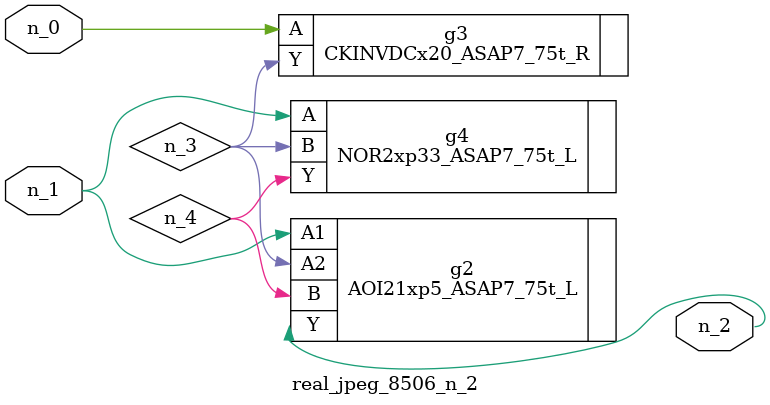
<source format=v>
module real_jpeg_8506_n_2 (n_1, n_0, n_2);

input n_1;
input n_0;

output n_2;

wire n_4;
wire n_3;

CKINVDCx20_ASAP7_75t_R g3 ( 
.A(n_0),
.Y(n_3)
);

AOI21xp5_ASAP7_75t_L g2 ( 
.A1(n_1),
.A2(n_3),
.B(n_4),
.Y(n_2)
);

NOR2xp33_ASAP7_75t_L g4 ( 
.A(n_1),
.B(n_3),
.Y(n_4)
);


endmodule
</source>
